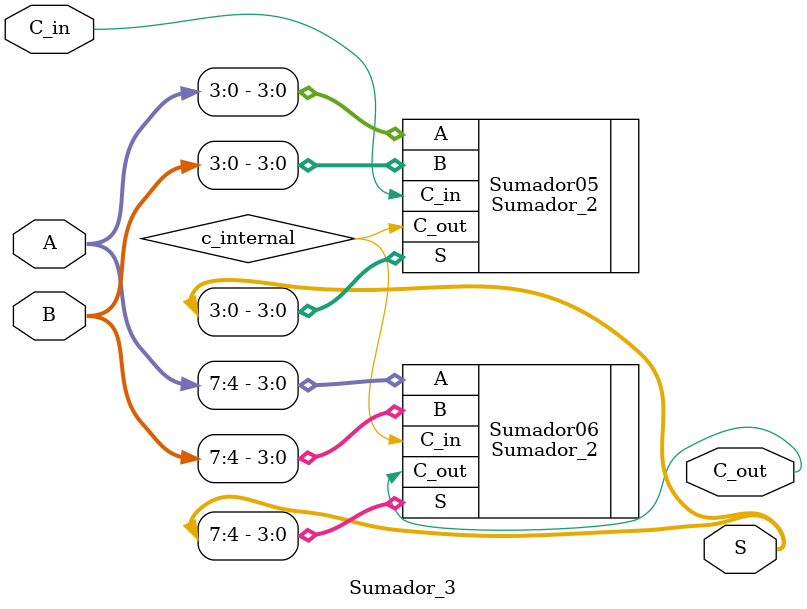
<source format=v>
module Sumador_3(
    input wire [7:0] A, B, // 8 bits de entrada
    input wire C_in,
    output wire [7:0] S,
    output wire C_out
);
    wire c_internal;
    Sumador_2 Sumador05 (.A(A[3:0]), .B(B[3:0]), .C_in(C_in), .S(S[3:0]), .C_out(c_internal));
    Sumador_2 Sumador06 (.A(A[7:4]), .B(B[7:4]), .C_in(c_internal), .S(S[7:4]), .C_out(C_out));
endmodule

</source>
